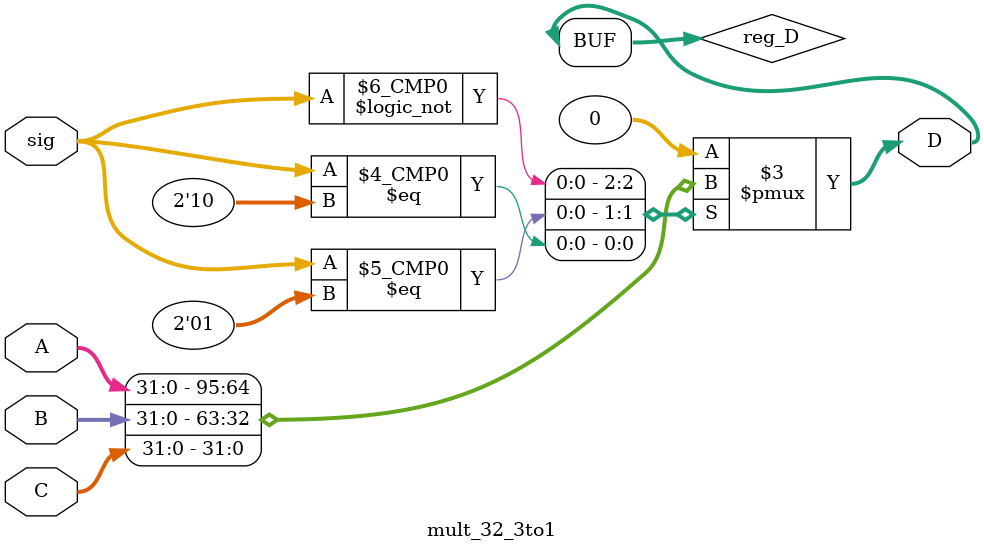
<source format=v>
module mult_32_2to1(
    input wire[31:0] A,
    input wire[31:0] B,
    input wire sig,
    output wire [31:0] C
);
    reg C_reg;  
    assign C = ({32{sig}} & B) | ((~{32{sig}}) & A) ;
endmodule

module mult_5_Bit_2to1(
    input wire[4:0] A,
    input wire[4:0] B,
    input wire sig,
    output wire [4:0] C
);

    assign C = sig == 1 ? B : A;
    
endmodule

module mult_32_3to1(
    input wire[31:0] A,
    input wire[31:0] B,
    input wire[31:0] C,
    input wire [1:0] sig,
    output wire [31:0] D
);
    reg [31:0] reg_D;
    assign D = reg_D;
    always @* begin
        case (sig)
            2'b00: reg_D = A;
            2'b01: reg_D = B;
            2'b10: reg_D = C;
            default: reg_D = 0; 
        endcase
    end
endmodule
</source>
